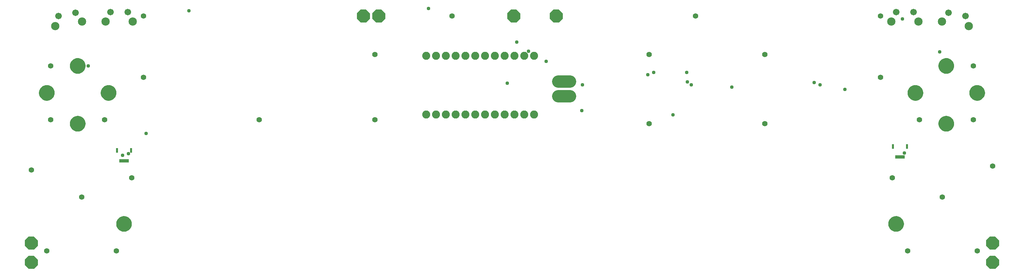
<source format=gbr>
G04 EAGLE Gerber RS-274X export*
G75*
%MOMM*%
%FSLAX34Y34*%
%LPD*%
%INSoldermask Top*%
%IPPOS*%
%AMOC8*
5,1,8,0,0,1.08239X$1,22.5*%
G01*
G04 Define Apertures*
%ADD10C,1.403200*%
%ADD11C,2.082800*%
%ADD12R,0.503200X0.903200*%
%ADD13R,0.503200X1.203200*%
%ADD14C,3.213100*%
%ADD15C,2.000000*%
%ADD16C,1.701800*%
%ADD17C,2.146300*%
%ADD18P,3.62904X8X22.5*%
%ADD19C,0.959600*%
D10*
X240000Y110000D03*
X420000Y110000D03*
X330000Y250000D03*
X200000Y320000D03*
X460000Y300000D03*
X2650000Y110000D03*
X2470000Y110000D03*
X2560000Y250000D03*
X2430000Y300000D03*
X2690000Y330000D03*
X490000Y720000D03*
X2400000Y720000D03*
X790000Y450000D03*
X1090000Y450000D03*
X2100000Y440000D03*
X1800000Y440000D03*
X1800000Y620000D03*
X2100000Y620000D03*
X250000Y450000D03*
X390000Y450000D03*
X250000Y590000D03*
X1290000Y720000D03*
X1920000Y720000D03*
X2500000Y450000D03*
X2640000Y450000D03*
X2640000Y590000D03*
X2400000Y560000D03*
X490000Y560000D03*
X1090000Y620000D03*
D11*
X1223000Y616200D03*
X1248400Y616200D03*
X1273800Y616200D03*
X1299200Y616200D03*
X1324600Y616200D03*
X1350000Y616200D03*
X1375400Y616200D03*
X1400800Y616200D03*
X1426200Y616200D03*
X1451600Y616200D03*
X1477000Y616200D03*
X1502400Y616200D03*
X1502400Y463800D03*
X1477000Y463800D03*
X1451600Y463800D03*
X1426200Y463800D03*
X1400800Y463800D03*
X1375400Y463800D03*
X1350000Y463800D03*
X1324600Y463800D03*
X1299200Y463800D03*
X1273800Y463800D03*
X1248400Y463800D03*
X1223000Y463800D03*
D12*
X450000Y344000D03*
X445000Y344000D03*
X440000Y344000D03*
X435000Y344000D03*
X430000Y344000D03*
D13*
X457900Y370500D03*
X422100Y370500D03*
D12*
X2460000Y354000D03*
X2455000Y354000D03*
X2450000Y354000D03*
X2445000Y354000D03*
X2440000Y354000D03*
D13*
X2467900Y380500D03*
X2432100Y380500D03*
D14*
X1595050Y510950D02*
X1564951Y510950D01*
X1564951Y549050D02*
X1595050Y549050D01*
D15*
X2560000Y440000D02*
X2560003Y440245D01*
X2560012Y440491D01*
X2560027Y440736D01*
X2560048Y440980D01*
X2560075Y441224D01*
X2560108Y441467D01*
X2560147Y441710D01*
X2560192Y441951D01*
X2560243Y442191D01*
X2560300Y442430D01*
X2560362Y442667D01*
X2560431Y442903D01*
X2560505Y443137D01*
X2560585Y443369D01*
X2560670Y443599D01*
X2560761Y443827D01*
X2560858Y444052D01*
X2560960Y444276D01*
X2561068Y444496D01*
X2561181Y444714D01*
X2561299Y444929D01*
X2561423Y445141D01*
X2561551Y445350D01*
X2561685Y445556D01*
X2561824Y445758D01*
X2561968Y445957D01*
X2562117Y446152D01*
X2562270Y446344D01*
X2562428Y446532D01*
X2562590Y446716D01*
X2562758Y446895D01*
X2562929Y447071D01*
X2563105Y447242D01*
X2563284Y447410D01*
X2563468Y447572D01*
X2563656Y447730D01*
X2563848Y447883D01*
X2564043Y448032D01*
X2564242Y448176D01*
X2564444Y448315D01*
X2564650Y448449D01*
X2564859Y448577D01*
X2565071Y448701D01*
X2565286Y448819D01*
X2565504Y448932D01*
X2565724Y449040D01*
X2565948Y449142D01*
X2566173Y449239D01*
X2566401Y449330D01*
X2566631Y449415D01*
X2566863Y449495D01*
X2567097Y449569D01*
X2567333Y449638D01*
X2567570Y449700D01*
X2567809Y449757D01*
X2568049Y449808D01*
X2568290Y449853D01*
X2568533Y449892D01*
X2568776Y449925D01*
X2569020Y449952D01*
X2569264Y449973D01*
X2569509Y449988D01*
X2569755Y449997D01*
X2570000Y450000D01*
X2570245Y449997D01*
X2570491Y449988D01*
X2570736Y449973D01*
X2570980Y449952D01*
X2571224Y449925D01*
X2571467Y449892D01*
X2571710Y449853D01*
X2571951Y449808D01*
X2572191Y449757D01*
X2572430Y449700D01*
X2572667Y449638D01*
X2572903Y449569D01*
X2573137Y449495D01*
X2573369Y449415D01*
X2573599Y449330D01*
X2573827Y449239D01*
X2574052Y449142D01*
X2574276Y449040D01*
X2574496Y448932D01*
X2574714Y448819D01*
X2574929Y448701D01*
X2575141Y448577D01*
X2575350Y448449D01*
X2575556Y448315D01*
X2575758Y448176D01*
X2575957Y448032D01*
X2576152Y447883D01*
X2576344Y447730D01*
X2576532Y447572D01*
X2576716Y447410D01*
X2576895Y447242D01*
X2577071Y447071D01*
X2577242Y446895D01*
X2577410Y446716D01*
X2577572Y446532D01*
X2577730Y446344D01*
X2577883Y446152D01*
X2578032Y445957D01*
X2578176Y445758D01*
X2578315Y445556D01*
X2578449Y445350D01*
X2578577Y445141D01*
X2578701Y444929D01*
X2578819Y444714D01*
X2578932Y444496D01*
X2579040Y444276D01*
X2579142Y444052D01*
X2579239Y443827D01*
X2579330Y443599D01*
X2579415Y443369D01*
X2579495Y443137D01*
X2579569Y442903D01*
X2579638Y442667D01*
X2579700Y442430D01*
X2579757Y442191D01*
X2579808Y441951D01*
X2579853Y441710D01*
X2579892Y441467D01*
X2579925Y441224D01*
X2579952Y440980D01*
X2579973Y440736D01*
X2579988Y440491D01*
X2579997Y440245D01*
X2580000Y440000D01*
X2579997Y439755D01*
X2579988Y439509D01*
X2579973Y439264D01*
X2579952Y439020D01*
X2579925Y438776D01*
X2579892Y438533D01*
X2579853Y438290D01*
X2579808Y438049D01*
X2579757Y437809D01*
X2579700Y437570D01*
X2579638Y437333D01*
X2579569Y437097D01*
X2579495Y436863D01*
X2579415Y436631D01*
X2579330Y436401D01*
X2579239Y436173D01*
X2579142Y435948D01*
X2579040Y435724D01*
X2578932Y435504D01*
X2578819Y435286D01*
X2578701Y435071D01*
X2578577Y434859D01*
X2578449Y434650D01*
X2578315Y434444D01*
X2578176Y434242D01*
X2578032Y434043D01*
X2577883Y433848D01*
X2577730Y433656D01*
X2577572Y433468D01*
X2577410Y433284D01*
X2577242Y433105D01*
X2577071Y432929D01*
X2576895Y432758D01*
X2576716Y432590D01*
X2576532Y432428D01*
X2576344Y432270D01*
X2576152Y432117D01*
X2575957Y431968D01*
X2575758Y431824D01*
X2575556Y431685D01*
X2575350Y431551D01*
X2575141Y431423D01*
X2574929Y431299D01*
X2574714Y431181D01*
X2574496Y431068D01*
X2574276Y430960D01*
X2574052Y430858D01*
X2573827Y430761D01*
X2573599Y430670D01*
X2573369Y430585D01*
X2573137Y430505D01*
X2572903Y430431D01*
X2572667Y430362D01*
X2572430Y430300D01*
X2572191Y430243D01*
X2571951Y430192D01*
X2571710Y430147D01*
X2571467Y430108D01*
X2571224Y430075D01*
X2570980Y430048D01*
X2570736Y430027D01*
X2570491Y430012D01*
X2570245Y430003D01*
X2570000Y430000D01*
X2569755Y430003D01*
X2569509Y430012D01*
X2569264Y430027D01*
X2569020Y430048D01*
X2568776Y430075D01*
X2568533Y430108D01*
X2568290Y430147D01*
X2568049Y430192D01*
X2567809Y430243D01*
X2567570Y430300D01*
X2567333Y430362D01*
X2567097Y430431D01*
X2566863Y430505D01*
X2566631Y430585D01*
X2566401Y430670D01*
X2566173Y430761D01*
X2565948Y430858D01*
X2565724Y430960D01*
X2565504Y431068D01*
X2565286Y431181D01*
X2565071Y431299D01*
X2564859Y431423D01*
X2564650Y431551D01*
X2564444Y431685D01*
X2564242Y431824D01*
X2564043Y431968D01*
X2563848Y432117D01*
X2563656Y432270D01*
X2563468Y432428D01*
X2563284Y432590D01*
X2563105Y432758D01*
X2562929Y432929D01*
X2562758Y433105D01*
X2562590Y433284D01*
X2562428Y433468D01*
X2562270Y433656D01*
X2562117Y433848D01*
X2561968Y434043D01*
X2561824Y434242D01*
X2561685Y434444D01*
X2561551Y434650D01*
X2561423Y434859D01*
X2561299Y435071D01*
X2561181Y435286D01*
X2561068Y435504D01*
X2560960Y435724D01*
X2560858Y435948D01*
X2560761Y436173D01*
X2560670Y436401D01*
X2560585Y436631D01*
X2560505Y436863D01*
X2560431Y437097D01*
X2560362Y437333D01*
X2560300Y437570D01*
X2560243Y437809D01*
X2560192Y438049D01*
X2560147Y438290D01*
X2560108Y438533D01*
X2560075Y438776D01*
X2560048Y439020D01*
X2560027Y439264D01*
X2560012Y439509D01*
X2560003Y439755D01*
X2560000Y440000D01*
X310000Y440000D02*
X310003Y440245D01*
X310012Y440491D01*
X310027Y440736D01*
X310048Y440980D01*
X310075Y441224D01*
X310108Y441467D01*
X310147Y441710D01*
X310192Y441951D01*
X310243Y442191D01*
X310300Y442430D01*
X310362Y442667D01*
X310431Y442903D01*
X310505Y443137D01*
X310585Y443369D01*
X310670Y443599D01*
X310761Y443827D01*
X310858Y444052D01*
X310960Y444276D01*
X311068Y444496D01*
X311181Y444714D01*
X311299Y444929D01*
X311423Y445141D01*
X311551Y445350D01*
X311685Y445556D01*
X311824Y445758D01*
X311968Y445957D01*
X312117Y446152D01*
X312270Y446344D01*
X312428Y446532D01*
X312590Y446716D01*
X312758Y446895D01*
X312929Y447071D01*
X313105Y447242D01*
X313284Y447410D01*
X313468Y447572D01*
X313656Y447730D01*
X313848Y447883D01*
X314043Y448032D01*
X314242Y448176D01*
X314444Y448315D01*
X314650Y448449D01*
X314859Y448577D01*
X315071Y448701D01*
X315286Y448819D01*
X315504Y448932D01*
X315724Y449040D01*
X315948Y449142D01*
X316173Y449239D01*
X316401Y449330D01*
X316631Y449415D01*
X316863Y449495D01*
X317097Y449569D01*
X317333Y449638D01*
X317570Y449700D01*
X317809Y449757D01*
X318049Y449808D01*
X318290Y449853D01*
X318533Y449892D01*
X318776Y449925D01*
X319020Y449952D01*
X319264Y449973D01*
X319509Y449988D01*
X319755Y449997D01*
X320000Y450000D01*
X320245Y449997D01*
X320491Y449988D01*
X320736Y449973D01*
X320980Y449952D01*
X321224Y449925D01*
X321467Y449892D01*
X321710Y449853D01*
X321951Y449808D01*
X322191Y449757D01*
X322430Y449700D01*
X322667Y449638D01*
X322903Y449569D01*
X323137Y449495D01*
X323369Y449415D01*
X323599Y449330D01*
X323827Y449239D01*
X324052Y449142D01*
X324276Y449040D01*
X324496Y448932D01*
X324714Y448819D01*
X324929Y448701D01*
X325141Y448577D01*
X325350Y448449D01*
X325556Y448315D01*
X325758Y448176D01*
X325957Y448032D01*
X326152Y447883D01*
X326344Y447730D01*
X326532Y447572D01*
X326716Y447410D01*
X326895Y447242D01*
X327071Y447071D01*
X327242Y446895D01*
X327410Y446716D01*
X327572Y446532D01*
X327730Y446344D01*
X327883Y446152D01*
X328032Y445957D01*
X328176Y445758D01*
X328315Y445556D01*
X328449Y445350D01*
X328577Y445141D01*
X328701Y444929D01*
X328819Y444714D01*
X328932Y444496D01*
X329040Y444276D01*
X329142Y444052D01*
X329239Y443827D01*
X329330Y443599D01*
X329415Y443369D01*
X329495Y443137D01*
X329569Y442903D01*
X329638Y442667D01*
X329700Y442430D01*
X329757Y442191D01*
X329808Y441951D01*
X329853Y441710D01*
X329892Y441467D01*
X329925Y441224D01*
X329952Y440980D01*
X329973Y440736D01*
X329988Y440491D01*
X329997Y440245D01*
X330000Y440000D01*
X329997Y439755D01*
X329988Y439509D01*
X329973Y439264D01*
X329952Y439020D01*
X329925Y438776D01*
X329892Y438533D01*
X329853Y438290D01*
X329808Y438049D01*
X329757Y437809D01*
X329700Y437570D01*
X329638Y437333D01*
X329569Y437097D01*
X329495Y436863D01*
X329415Y436631D01*
X329330Y436401D01*
X329239Y436173D01*
X329142Y435948D01*
X329040Y435724D01*
X328932Y435504D01*
X328819Y435286D01*
X328701Y435071D01*
X328577Y434859D01*
X328449Y434650D01*
X328315Y434444D01*
X328176Y434242D01*
X328032Y434043D01*
X327883Y433848D01*
X327730Y433656D01*
X327572Y433468D01*
X327410Y433284D01*
X327242Y433105D01*
X327071Y432929D01*
X326895Y432758D01*
X326716Y432590D01*
X326532Y432428D01*
X326344Y432270D01*
X326152Y432117D01*
X325957Y431968D01*
X325758Y431824D01*
X325556Y431685D01*
X325350Y431551D01*
X325141Y431423D01*
X324929Y431299D01*
X324714Y431181D01*
X324496Y431068D01*
X324276Y430960D01*
X324052Y430858D01*
X323827Y430761D01*
X323599Y430670D01*
X323369Y430585D01*
X323137Y430505D01*
X322903Y430431D01*
X322667Y430362D01*
X322430Y430300D01*
X322191Y430243D01*
X321951Y430192D01*
X321710Y430147D01*
X321467Y430108D01*
X321224Y430075D01*
X320980Y430048D01*
X320736Y430027D01*
X320491Y430012D01*
X320245Y430003D01*
X320000Y430000D01*
X319755Y430003D01*
X319509Y430012D01*
X319264Y430027D01*
X319020Y430048D01*
X318776Y430075D01*
X318533Y430108D01*
X318290Y430147D01*
X318049Y430192D01*
X317809Y430243D01*
X317570Y430300D01*
X317333Y430362D01*
X317097Y430431D01*
X316863Y430505D01*
X316631Y430585D01*
X316401Y430670D01*
X316173Y430761D01*
X315948Y430858D01*
X315724Y430960D01*
X315504Y431068D01*
X315286Y431181D01*
X315071Y431299D01*
X314859Y431423D01*
X314650Y431551D01*
X314444Y431685D01*
X314242Y431824D01*
X314043Y431968D01*
X313848Y432117D01*
X313656Y432270D01*
X313468Y432428D01*
X313284Y432590D01*
X313105Y432758D01*
X312929Y432929D01*
X312758Y433105D01*
X312590Y433284D01*
X312428Y433468D01*
X312270Y433656D01*
X312117Y433848D01*
X311968Y434043D01*
X311824Y434242D01*
X311685Y434444D01*
X311551Y434650D01*
X311423Y434859D01*
X311299Y435071D01*
X311181Y435286D01*
X311068Y435504D01*
X310960Y435724D01*
X310858Y435948D01*
X310761Y436173D01*
X310670Y436401D01*
X310585Y436631D01*
X310505Y436863D01*
X310431Y437097D01*
X310362Y437333D01*
X310300Y437570D01*
X310243Y437809D01*
X310192Y438049D01*
X310147Y438290D01*
X310108Y438533D01*
X310075Y438776D01*
X310048Y439020D01*
X310027Y439264D01*
X310012Y439509D01*
X310003Y439755D01*
X310000Y440000D01*
D16*
X270000Y720000D03*
X314275Y727807D03*
D17*
X262066Y693325D03*
X331105Y705498D03*
D15*
X230000Y520000D02*
X230003Y520245D01*
X230012Y520491D01*
X230027Y520736D01*
X230048Y520980D01*
X230075Y521224D01*
X230108Y521467D01*
X230147Y521710D01*
X230192Y521951D01*
X230243Y522191D01*
X230300Y522430D01*
X230362Y522667D01*
X230431Y522903D01*
X230505Y523137D01*
X230585Y523369D01*
X230670Y523599D01*
X230761Y523827D01*
X230858Y524052D01*
X230960Y524276D01*
X231068Y524496D01*
X231181Y524714D01*
X231299Y524929D01*
X231423Y525141D01*
X231551Y525350D01*
X231685Y525556D01*
X231824Y525758D01*
X231968Y525957D01*
X232117Y526152D01*
X232270Y526344D01*
X232428Y526532D01*
X232590Y526716D01*
X232758Y526895D01*
X232929Y527071D01*
X233105Y527242D01*
X233284Y527410D01*
X233468Y527572D01*
X233656Y527730D01*
X233848Y527883D01*
X234043Y528032D01*
X234242Y528176D01*
X234444Y528315D01*
X234650Y528449D01*
X234859Y528577D01*
X235071Y528701D01*
X235286Y528819D01*
X235504Y528932D01*
X235724Y529040D01*
X235948Y529142D01*
X236173Y529239D01*
X236401Y529330D01*
X236631Y529415D01*
X236863Y529495D01*
X237097Y529569D01*
X237333Y529638D01*
X237570Y529700D01*
X237809Y529757D01*
X238049Y529808D01*
X238290Y529853D01*
X238533Y529892D01*
X238776Y529925D01*
X239020Y529952D01*
X239264Y529973D01*
X239509Y529988D01*
X239755Y529997D01*
X240000Y530000D01*
X240245Y529997D01*
X240491Y529988D01*
X240736Y529973D01*
X240980Y529952D01*
X241224Y529925D01*
X241467Y529892D01*
X241710Y529853D01*
X241951Y529808D01*
X242191Y529757D01*
X242430Y529700D01*
X242667Y529638D01*
X242903Y529569D01*
X243137Y529495D01*
X243369Y529415D01*
X243599Y529330D01*
X243827Y529239D01*
X244052Y529142D01*
X244276Y529040D01*
X244496Y528932D01*
X244714Y528819D01*
X244929Y528701D01*
X245141Y528577D01*
X245350Y528449D01*
X245556Y528315D01*
X245758Y528176D01*
X245957Y528032D01*
X246152Y527883D01*
X246344Y527730D01*
X246532Y527572D01*
X246716Y527410D01*
X246895Y527242D01*
X247071Y527071D01*
X247242Y526895D01*
X247410Y526716D01*
X247572Y526532D01*
X247730Y526344D01*
X247883Y526152D01*
X248032Y525957D01*
X248176Y525758D01*
X248315Y525556D01*
X248449Y525350D01*
X248577Y525141D01*
X248701Y524929D01*
X248819Y524714D01*
X248932Y524496D01*
X249040Y524276D01*
X249142Y524052D01*
X249239Y523827D01*
X249330Y523599D01*
X249415Y523369D01*
X249495Y523137D01*
X249569Y522903D01*
X249638Y522667D01*
X249700Y522430D01*
X249757Y522191D01*
X249808Y521951D01*
X249853Y521710D01*
X249892Y521467D01*
X249925Y521224D01*
X249952Y520980D01*
X249973Y520736D01*
X249988Y520491D01*
X249997Y520245D01*
X250000Y520000D01*
X249997Y519755D01*
X249988Y519509D01*
X249973Y519264D01*
X249952Y519020D01*
X249925Y518776D01*
X249892Y518533D01*
X249853Y518290D01*
X249808Y518049D01*
X249757Y517809D01*
X249700Y517570D01*
X249638Y517333D01*
X249569Y517097D01*
X249495Y516863D01*
X249415Y516631D01*
X249330Y516401D01*
X249239Y516173D01*
X249142Y515948D01*
X249040Y515724D01*
X248932Y515504D01*
X248819Y515286D01*
X248701Y515071D01*
X248577Y514859D01*
X248449Y514650D01*
X248315Y514444D01*
X248176Y514242D01*
X248032Y514043D01*
X247883Y513848D01*
X247730Y513656D01*
X247572Y513468D01*
X247410Y513284D01*
X247242Y513105D01*
X247071Y512929D01*
X246895Y512758D01*
X246716Y512590D01*
X246532Y512428D01*
X246344Y512270D01*
X246152Y512117D01*
X245957Y511968D01*
X245758Y511824D01*
X245556Y511685D01*
X245350Y511551D01*
X245141Y511423D01*
X244929Y511299D01*
X244714Y511181D01*
X244496Y511068D01*
X244276Y510960D01*
X244052Y510858D01*
X243827Y510761D01*
X243599Y510670D01*
X243369Y510585D01*
X243137Y510505D01*
X242903Y510431D01*
X242667Y510362D01*
X242430Y510300D01*
X242191Y510243D01*
X241951Y510192D01*
X241710Y510147D01*
X241467Y510108D01*
X241224Y510075D01*
X240980Y510048D01*
X240736Y510027D01*
X240491Y510012D01*
X240245Y510003D01*
X240000Y510000D01*
X239755Y510003D01*
X239509Y510012D01*
X239264Y510027D01*
X239020Y510048D01*
X238776Y510075D01*
X238533Y510108D01*
X238290Y510147D01*
X238049Y510192D01*
X237809Y510243D01*
X237570Y510300D01*
X237333Y510362D01*
X237097Y510431D01*
X236863Y510505D01*
X236631Y510585D01*
X236401Y510670D01*
X236173Y510761D01*
X235948Y510858D01*
X235724Y510960D01*
X235504Y511068D01*
X235286Y511181D01*
X235071Y511299D01*
X234859Y511423D01*
X234650Y511551D01*
X234444Y511685D01*
X234242Y511824D01*
X234043Y511968D01*
X233848Y512117D01*
X233656Y512270D01*
X233468Y512428D01*
X233284Y512590D01*
X233105Y512758D01*
X232929Y512929D01*
X232758Y513105D01*
X232590Y513284D01*
X232428Y513468D01*
X232270Y513656D01*
X232117Y513848D01*
X231968Y514043D01*
X231824Y514242D01*
X231685Y514444D01*
X231551Y514650D01*
X231423Y514859D01*
X231299Y515071D01*
X231181Y515286D01*
X231068Y515504D01*
X230960Y515724D01*
X230858Y515948D01*
X230761Y516173D01*
X230670Y516401D01*
X230585Y516631D01*
X230505Y516863D01*
X230431Y517097D01*
X230362Y517333D01*
X230300Y517570D01*
X230243Y517809D01*
X230192Y518049D01*
X230147Y518290D01*
X230108Y518533D01*
X230075Y518776D01*
X230048Y519020D01*
X230027Y519264D01*
X230012Y519509D01*
X230003Y519755D01*
X230000Y520000D01*
D16*
X2620000Y720000D03*
X2575725Y727807D03*
D17*
X2627934Y693325D03*
X2558896Y705498D03*
D15*
X390000Y520000D02*
X390003Y520245D01*
X390012Y520491D01*
X390027Y520736D01*
X390048Y520980D01*
X390075Y521224D01*
X390108Y521467D01*
X390147Y521710D01*
X390192Y521951D01*
X390243Y522191D01*
X390300Y522430D01*
X390362Y522667D01*
X390431Y522903D01*
X390505Y523137D01*
X390585Y523369D01*
X390670Y523599D01*
X390761Y523827D01*
X390858Y524052D01*
X390960Y524276D01*
X391068Y524496D01*
X391181Y524714D01*
X391299Y524929D01*
X391423Y525141D01*
X391551Y525350D01*
X391685Y525556D01*
X391824Y525758D01*
X391968Y525957D01*
X392117Y526152D01*
X392270Y526344D01*
X392428Y526532D01*
X392590Y526716D01*
X392758Y526895D01*
X392929Y527071D01*
X393105Y527242D01*
X393284Y527410D01*
X393468Y527572D01*
X393656Y527730D01*
X393848Y527883D01*
X394043Y528032D01*
X394242Y528176D01*
X394444Y528315D01*
X394650Y528449D01*
X394859Y528577D01*
X395071Y528701D01*
X395286Y528819D01*
X395504Y528932D01*
X395724Y529040D01*
X395948Y529142D01*
X396173Y529239D01*
X396401Y529330D01*
X396631Y529415D01*
X396863Y529495D01*
X397097Y529569D01*
X397333Y529638D01*
X397570Y529700D01*
X397809Y529757D01*
X398049Y529808D01*
X398290Y529853D01*
X398533Y529892D01*
X398776Y529925D01*
X399020Y529952D01*
X399264Y529973D01*
X399509Y529988D01*
X399755Y529997D01*
X400000Y530000D01*
X400245Y529997D01*
X400491Y529988D01*
X400736Y529973D01*
X400980Y529952D01*
X401224Y529925D01*
X401467Y529892D01*
X401710Y529853D01*
X401951Y529808D01*
X402191Y529757D01*
X402430Y529700D01*
X402667Y529638D01*
X402903Y529569D01*
X403137Y529495D01*
X403369Y529415D01*
X403599Y529330D01*
X403827Y529239D01*
X404052Y529142D01*
X404276Y529040D01*
X404496Y528932D01*
X404714Y528819D01*
X404929Y528701D01*
X405141Y528577D01*
X405350Y528449D01*
X405556Y528315D01*
X405758Y528176D01*
X405957Y528032D01*
X406152Y527883D01*
X406344Y527730D01*
X406532Y527572D01*
X406716Y527410D01*
X406895Y527242D01*
X407071Y527071D01*
X407242Y526895D01*
X407410Y526716D01*
X407572Y526532D01*
X407730Y526344D01*
X407883Y526152D01*
X408032Y525957D01*
X408176Y525758D01*
X408315Y525556D01*
X408449Y525350D01*
X408577Y525141D01*
X408701Y524929D01*
X408819Y524714D01*
X408932Y524496D01*
X409040Y524276D01*
X409142Y524052D01*
X409239Y523827D01*
X409330Y523599D01*
X409415Y523369D01*
X409495Y523137D01*
X409569Y522903D01*
X409638Y522667D01*
X409700Y522430D01*
X409757Y522191D01*
X409808Y521951D01*
X409853Y521710D01*
X409892Y521467D01*
X409925Y521224D01*
X409952Y520980D01*
X409973Y520736D01*
X409988Y520491D01*
X409997Y520245D01*
X410000Y520000D01*
X409997Y519755D01*
X409988Y519509D01*
X409973Y519264D01*
X409952Y519020D01*
X409925Y518776D01*
X409892Y518533D01*
X409853Y518290D01*
X409808Y518049D01*
X409757Y517809D01*
X409700Y517570D01*
X409638Y517333D01*
X409569Y517097D01*
X409495Y516863D01*
X409415Y516631D01*
X409330Y516401D01*
X409239Y516173D01*
X409142Y515948D01*
X409040Y515724D01*
X408932Y515504D01*
X408819Y515286D01*
X408701Y515071D01*
X408577Y514859D01*
X408449Y514650D01*
X408315Y514444D01*
X408176Y514242D01*
X408032Y514043D01*
X407883Y513848D01*
X407730Y513656D01*
X407572Y513468D01*
X407410Y513284D01*
X407242Y513105D01*
X407071Y512929D01*
X406895Y512758D01*
X406716Y512590D01*
X406532Y512428D01*
X406344Y512270D01*
X406152Y512117D01*
X405957Y511968D01*
X405758Y511824D01*
X405556Y511685D01*
X405350Y511551D01*
X405141Y511423D01*
X404929Y511299D01*
X404714Y511181D01*
X404496Y511068D01*
X404276Y510960D01*
X404052Y510858D01*
X403827Y510761D01*
X403599Y510670D01*
X403369Y510585D01*
X403137Y510505D01*
X402903Y510431D01*
X402667Y510362D01*
X402430Y510300D01*
X402191Y510243D01*
X401951Y510192D01*
X401710Y510147D01*
X401467Y510108D01*
X401224Y510075D01*
X400980Y510048D01*
X400736Y510027D01*
X400491Y510012D01*
X400245Y510003D01*
X400000Y510000D01*
X399755Y510003D01*
X399509Y510012D01*
X399264Y510027D01*
X399020Y510048D01*
X398776Y510075D01*
X398533Y510108D01*
X398290Y510147D01*
X398049Y510192D01*
X397809Y510243D01*
X397570Y510300D01*
X397333Y510362D01*
X397097Y510431D01*
X396863Y510505D01*
X396631Y510585D01*
X396401Y510670D01*
X396173Y510761D01*
X395948Y510858D01*
X395724Y510960D01*
X395504Y511068D01*
X395286Y511181D01*
X395071Y511299D01*
X394859Y511423D01*
X394650Y511551D01*
X394444Y511685D01*
X394242Y511824D01*
X394043Y511968D01*
X393848Y512117D01*
X393656Y512270D01*
X393468Y512428D01*
X393284Y512590D01*
X393105Y512758D01*
X392929Y512929D01*
X392758Y513105D01*
X392590Y513284D01*
X392428Y513468D01*
X392270Y513656D01*
X392117Y513848D01*
X391968Y514043D01*
X391824Y514242D01*
X391685Y514444D01*
X391551Y514650D01*
X391423Y514859D01*
X391299Y515071D01*
X391181Y515286D01*
X391068Y515504D01*
X390960Y515724D01*
X390858Y515948D01*
X390761Y516173D01*
X390670Y516401D01*
X390585Y516631D01*
X390505Y516863D01*
X390431Y517097D01*
X390362Y517333D01*
X390300Y517570D01*
X390243Y517809D01*
X390192Y518049D01*
X390147Y518290D01*
X390108Y518533D01*
X390075Y518776D01*
X390048Y519020D01*
X390027Y519264D01*
X390012Y519509D01*
X390003Y519755D01*
X390000Y520000D01*
X430000Y180000D02*
X430003Y180245D01*
X430012Y180491D01*
X430027Y180736D01*
X430048Y180980D01*
X430075Y181224D01*
X430108Y181467D01*
X430147Y181710D01*
X430192Y181951D01*
X430243Y182191D01*
X430300Y182430D01*
X430362Y182667D01*
X430431Y182903D01*
X430505Y183137D01*
X430585Y183369D01*
X430670Y183599D01*
X430761Y183827D01*
X430858Y184052D01*
X430960Y184276D01*
X431068Y184496D01*
X431181Y184714D01*
X431299Y184929D01*
X431423Y185141D01*
X431551Y185350D01*
X431685Y185556D01*
X431824Y185758D01*
X431968Y185957D01*
X432117Y186152D01*
X432270Y186344D01*
X432428Y186532D01*
X432590Y186716D01*
X432758Y186895D01*
X432929Y187071D01*
X433105Y187242D01*
X433284Y187410D01*
X433468Y187572D01*
X433656Y187730D01*
X433848Y187883D01*
X434043Y188032D01*
X434242Y188176D01*
X434444Y188315D01*
X434650Y188449D01*
X434859Y188577D01*
X435071Y188701D01*
X435286Y188819D01*
X435504Y188932D01*
X435724Y189040D01*
X435948Y189142D01*
X436173Y189239D01*
X436401Y189330D01*
X436631Y189415D01*
X436863Y189495D01*
X437097Y189569D01*
X437333Y189638D01*
X437570Y189700D01*
X437809Y189757D01*
X438049Y189808D01*
X438290Y189853D01*
X438533Y189892D01*
X438776Y189925D01*
X439020Y189952D01*
X439264Y189973D01*
X439509Y189988D01*
X439755Y189997D01*
X440000Y190000D01*
X440245Y189997D01*
X440491Y189988D01*
X440736Y189973D01*
X440980Y189952D01*
X441224Y189925D01*
X441467Y189892D01*
X441710Y189853D01*
X441951Y189808D01*
X442191Y189757D01*
X442430Y189700D01*
X442667Y189638D01*
X442903Y189569D01*
X443137Y189495D01*
X443369Y189415D01*
X443599Y189330D01*
X443827Y189239D01*
X444052Y189142D01*
X444276Y189040D01*
X444496Y188932D01*
X444714Y188819D01*
X444929Y188701D01*
X445141Y188577D01*
X445350Y188449D01*
X445556Y188315D01*
X445758Y188176D01*
X445957Y188032D01*
X446152Y187883D01*
X446344Y187730D01*
X446532Y187572D01*
X446716Y187410D01*
X446895Y187242D01*
X447071Y187071D01*
X447242Y186895D01*
X447410Y186716D01*
X447572Y186532D01*
X447730Y186344D01*
X447883Y186152D01*
X448032Y185957D01*
X448176Y185758D01*
X448315Y185556D01*
X448449Y185350D01*
X448577Y185141D01*
X448701Y184929D01*
X448819Y184714D01*
X448932Y184496D01*
X449040Y184276D01*
X449142Y184052D01*
X449239Y183827D01*
X449330Y183599D01*
X449415Y183369D01*
X449495Y183137D01*
X449569Y182903D01*
X449638Y182667D01*
X449700Y182430D01*
X449757Y182191D01*
X449808Y181951D01*
X449853Y181710D01*
X449892Y181467D01*
X449925Y181224D01*
X449952Y180980D01*
X449973Y180736D01*
X449988Y180491D01*
X449997Y180245D01*
X450000Y180000D01*
X449997Y179755D01*
X449988Y179509D01*
X449973Y179264D01*
X449952Y179020D01*
X449925Y178776D01*
X449892Y178533D01*
X449853Y178290D01*
X449808Y178049D01*
X449757Y177809D01*
X449700Y177570D01*
X449638Y177333D01*
X449569Y177097D01*
X449495Y176863D01*
X449415Y176631D01*
X449330Y176401D01*
X449239Y176173D01*
X449142Y175948D01*
X449040Y175724D01*
X448932Y175504D01*
X448819Y175286D01*
X448701Y175071D01*
X448577Y174859D01*
X448449Y174650D01*
X448315Y174444D01*
X448176Y174242D01*
X448032Y174043D01*
X447883Y173848D01*
X447730Y173656D01*
X447572Y173468D01*
X447410Y173284D01*
X447242Y173105D01*
X447071Y172929D01*
X446895Y172758D01*
X446716Y172590D01*
X446532Y172428D01*
X446344Y172270D01*
X446152Y172117D01*
X445957Y171968D01*
X445758Y171824D01*
X445556Y171685D01*
X445350Y171551D01*
X445141Y171423D01*
X444929Y171299D01*
X444714Y171181D01*
X444496Y171068D01*
X444276Y170960D01*
X444052Y170858D01*
X443827Y170761D01*
X443599Y170670D01*
X443369Y170585D01*
X443137Y170505D01*
X442903Y170431D01*
X442667Y170362D01*
X442430Y170300D01*
X442191Y170243D01*
X441951Y170192D01*
X441710Y170147D01*
X441467Y170108D01*
X441224Y170075D01*
X440980Y170048D01*
X440736Y170027D01*
X440491Y170012D01*
X440245Y170003D01*
X440000Y170000D01*
X439755Y170003D01*
X439509Y170012D01*
X439264Y170027D01*
X439020Y170048D01*
X438776Y170075D01*
X438533Y170108D01*
X438290Y170147D01*
X438049Y170192D01*
X437809Y170243D01*
X437570Y170300D01*
X437333Y170362D01*
X437097Y170431D01*
X436863Y170505D01*
X436631Y170585D01*
X436401Y170670D01*
X436173Y170761D01*
X435948Y170858D01*
X435724Y170960D01*
X435504Y171068D01*
X435286Y171181D01*
X435071Y171299D01*
X434859Y171423D01*
X434650Y171551D01*
X434444Y171685D01*
X434242Y171824D01*
X434043Y171968D01*
X433848Y172117D01*
X433656Y172270D01*
X433468Y172428D01*
X433284Y172590D01*
X433105Y172758D01*
X432929Y172929D01*
X432758Y173105D01*
X432590Y173284D01*
X432428Y173468D01*
X432270Y173656D01*
X432117Y173848D01*
X431968Y174043D01*
X431824Y174242D01*
X431685Y174444D01*
X431551Y174650D01*
X431423Y174859D01*
X431299Y175071D01*
X431181Y175286D01*
X431068Y175504D01*
X430960Y175724D01*
X430858Y175948D01*
X430761Y176173D01*
X430670Y176401D01*
X430585Y176631D01*
X430505Y176863D01*
X430431Y177097D01*
X430362Y177333D01*
X430300Y177570D01*
X430243Y177809D01*
X430192Y178049D01*
X430147Y178290D01*
X430108Y178533D01*
X430075Y178776D01*
X430048Y179020D01*
X430027Y179264D01*
X430012Y179509D01*
X430003Y179755D01*
X430000Y180000D01*
X2430000Y180000D02*
X2430003Y180245D01*
X2430012Y180491D01*
X2430027Y180736D01*
X2430048Y180980D01*
X2430075Y181224D01*
X2430108Y181467D01*
X2430147Y181710D01*
X2430192Y181951D01*
X2430243Y182191D01*
X2430300Y182430D01*
X2430362Y182667D01*
X2430431Y182903D01*
X2430505Y183137D01*
X2430585Y183369D01*
X2430670Y183599D01*
X2430761Y183827D01*
X2430858Y184052D01*
X2430960Y184276D01*
X2431068Y184496D01*
X2431181Y184714D01*
X2431299Y184929D01*
X2431423Y185141D01*
X2431551Y185350D01*
X2431685Y185556D01*
X2431824Y185758D01*
X2431968Y185957D01*
X2432117Y186152D01*
X2432270Y186344D01*
X2432428Y186532D01*
X2432590Y186716D01*
X2432758Y186895D01*
X2432929Y187071D01*
X2433105Y187242D01*
X2433284Y187410D01*
X2433468Y187572D01*
X2433656Y187730D01*
X2433848Y187883D01*
X2434043Y188032D01*
X2434242Y188176D01*
X2434444Y188315D01*
X2434650Y188449D01*
X2434859Y188577D01*
X2435071Y188701D01*
X2435286Y188819D01*
X2435504Y188932D01*
X2435724Y189040D01*
X2435948Y189142D01*
X2436173Y189239D01*
X2436401Y189330D01*
X2436631Y189415D01*
X2436863Y189495D01*
X2437097Y189569D01*
X2437333Y189638D01*
X2437570Y189700D01*
X2437809Y189757D01*
X2438049Y189808D01*
X2438290Y189853D01*
X2438533Y189892D01*
X2438776Y189925D01*
X2439020Y189952D01*
X2439264Y189973D01*
X2439509Y189988D01*
X2439755Y189997D01*
X2440000Y190000D01*
X2440245Y189997D01*
X2440491Y189988D01*
X2440736Y189973D01*
X2440980Y189952D01*
X2441224Y189925D01*
X2441467Y189892D01*
X2441710Y189853D01*
X2441951Y189808D01*
X2442191Y189757D01*
X2442430Y189700D01*
X2442667Y189638D01*
X2442903Y189569D01*
X2443137Y189495D01*
X2443369Y189415D01*
X2443599Y189330D01*
X2443827Y189239D01*
X2444052Y189142D01*
X2444276Y189040D01*
X2444496Y188932D01*
X2444714Y188819D01*
X2444929Y188701D01*
X2445141Y188577D01*
X2445350Y188449D01*
X2445556Y188315D01*
X2445758Y188176D01*
X2445957Y188032D01*
X2446152Y187883D01*
X2446344Y187730D01*
X2446532Y187572D01*
X2446716Y187410D01*
X2446895Y187242D01*
X2447071Y187071D01*
X2447242Y186895D01*
X2447410Y186716D01*
X2447572Y186532D01*
X2447730Y186344D01*
X2447883Y186152D01*
X2448032Y185957D01*
X2448176Y185758D01*
X2448315Y185556D01*
X2448449Y185350D01*
X2448577Y185141D01*
X2448701Y184929D01*
X2448819Y184714D01*
X2448932Y184496D01*
X2449040Y184276D01*
X2449142Y184052D01*
X2449239Y183827D01*
X2449330Y183599D01*
X2449415Y183369D01*
X2449495Y183137D01*
X2449569Y182903D01*
X2449638Y182667D01*
X2449700Y182430D01*
X2449757Y182191D01*
X2449808Y181951D01*
X2449853Y181710D01*
X2449892Y181467D01*
X2449925Y181224D01*
X2449952Y180980D01*
X2449973Y180736D01*
X2449988Y180491D01*
X2449997Y180245D01*
X2450000Y180000D01*
X2449997Y179755D01*
X2449988Y179509D01*
X2449973Y179264D01*
X2449952Y179020D01*
X2449925Y178776D01*
X2449892Y178533D01*
X2449853Y178290D01*
X2449808Y178049D01*
X2449757Y177809D01*
X2449700Y177570D01*
X2449638Y177333D01*
X2449569Y177097D01*
X2449495Y176863D01*
X2449415Y176631D01*
X2449330Y176401D01*
X2449239Y176173D01*
X2449142Y175948D01*
X2449040Y175724D01*
X2448932Y175504D01*
X2448819Y175286D01*
X2448701Y175071D01*
X2448577Y174859D01*
X2448449Y174650D01*
X2448315Y174444D01*
X2448176Y174242D01*
X2448032Y174043D01*
X2447883Y173848D01*
X2447730Y173656D01*
X2447572Y173468D01*
X2447410Y173284D01*
X2447242Y173105D01*
X2447071Y172929D01*
X2446895Y172758D01*
X2446716Y172590D01*
X2446532Y172428D01*
X2446344Y172270D01*
X2446152Y172117D01*
X2445957Y171968D01*
X2445758Y171824D01*
X2445556Y171685D01*
X2445350Y171551D01*
X2445141Y171423D01*
X2444929Y171299D01*
X2444714Y171181D01*
X2444496Y171068D01*
X2444276Y170960D01*
X2444052Y170858D01*
X2443827Y170761D01*
X2443599Y170670D01*
X2443369Y170585D01*
X2443137Y170505D01*
X2442903Y170431D01*
X2442667Y170362D01*
X2442430Y170300D01*
X2442191Y170243D01*
X2441951Y170192D01*
X2441710Y170147D01*
X2441467Y170108D01*
X2441224Y170075D01*
X2440980Y170048D01*
X2440736Y170027D01*
X2440491Y170012D01*
X2440245Y170003D01*
X2440000Y170000D01*
X2439755Y170003D01*
X2439509Y170012D01*
X2439264Y170027D01*
X2439020Y170048D01*
X2438776Y170075D01*
X2438533Y170108D01*
X2438290Y170147D01*
X2438049Y170192D01*
X2437809Y170243D01*
X2437570Y170300D01*
X2437333Y170362D01*
X2437097Y170431D01*
X2436863Y170505D01*
X2436631Y170585D01*
X2436401Y170670D01*
X2436173Y170761D01*
X2435948Y170858D01*
X2435724Y170960D01*
X2435504Y171068D01*
X2435286Y171181D01*
X2435071Y171299D01*
X2434859Y171423D01*
X2434650Y171551D01*
X2434444Y171685D01*
X2434242Y171824D01*
X2434043Y171968D01*
X2433848Y172117D01*
X2433656Y172270D01*
X2433468Y172428D01*
X2433284Y172590D01*
X2433105Y172758D01*
X2432929Y172929D01*
X2432758Y173105D01*
X2432590Y173284D01*
X2432428Y173468D01*
X2432270Y173656D01*
X2432117Y173848D01*
X2431968Y174043D01*
X2431824Y174242D01*
X2431685Y174444D01*
X2431551Y174650D01*
X2431423Y174859D01*
X2431299Y175071D01*
X2431181Y175286D01*
X2431068Y175504D01*
X2430960Y175724D01*
X2430858Y175948D01*
X2430761Y176173D01*
X2430670Y176401D01*
X2430585Y176631D01*
X2430505Y176863D01*
X2430431Y177097D01*
X2430362Y177333D01*
X2430300Y177570D01*
X2430243Y177809D01*
X2430192Y178049D01*
X2430147Y178290D01*
X2430108Y178533D01*
X2430075Y178776D01*
X2430048Y179020D01*
X2430027Y179264D01*
X2430012Y179509D01*
X2430003Y179755D01*
X2430000Y180000D01*
X310000Y590000D02*
X310003Y590245D01*
X310012Y590491D01*
X310027Y590736D01*
X310048Y590980D01*
X310075Y591224D01*
X310108Y591467D01*
X310147Y591710D01*
X310192Y591951D01*
X310243Y592191D01*
X310300Y592430D01*
X310362Y592667D01*
X310431Y592903D01*
X310505Y593137D01*
X310585Y593369D01*
X310670Y593599D01*
X310761Y593827D01*
X310858Y594052D01*
X310960Y594276D01*
X311068Y594496D01*
X311181Y594714D01*
X311299Y594929D01*
X311423Y595141D01*
X311551Y595350D01*
X311685Y595556D01*
X311824Y595758D01*
X311968Y595957D01*
X312117Y596152D01*
X312270Y596344D01*
X312428Y596532D01*
X312590Y596716D01*
X312758Y596895D01*
X312929Y597071D01*
X313105Y597242D01*
X313284Y597410D01*
X313468Y597572D01*
X313656Y597730D01*
X313848Y597883D01*
X314043Y598032D01*
X314242Y598176D01*
X314444Y598315D01*
X314650Y598449D01*
X314859Y598577D01*
X315071Y598701D01*
X315286Y598819D01*
X315504Y598932D01*
X315724Y599040D01*
X315948Y599142D01*
X316173Y599239D01*
X316401Y599330D01*
X316631Y599415D01*
X316863Y599495D01*
X317097Y599569D01*
X317333Y599638D01*
X317570Y599700D01*
X317809Y599757D01*
X318049Y599808D01*
X318290Y599853D01*
X318533Y599892D01*
X318776Y599925D01*
X319020Y599952D01*
X319264Y599973D01*
X319509Y599988D01*
X319755Y599997D01*
X320000Y600000D01*
X320245Y599997D01*
X320491Y599988D01*
X320736Y599973D01*
X320980Y599952D01*
X321224Y599925D01*
X321467Y599892D01*
X321710Y599853D01*
X321951Y599808D01*
X322191Y599757D01*
X322430Y599700D01*
X322667Y599638D01*
X322903Y599569D01*
X323137Y599495D01*
X323369Y599415D01*
X323599Y599330D01*
X323827Y599239D01*
X324052Y599142D01*
X324276Y599040D01*
X324496Y598932D01*
X324714Y598819D01*
X324929Y598701D01*
X325141Y598577D01*
X325350Y598449D01*
X325556Y598315D01*
X325758Y598176D01*
X325957Y598032D01*
X326152Y597883D01*
X326344Y597730D01*
X326532Y597572D01*
X326716Y597410D01*
X326895Y597242D01*
X327071Y597071D01*
X327242Y596895D01*
X327410Y596716D01*
X327572Y596532D01*
X327730Y596344D01*
X327883Y596152D01*
X328032Y595957D01*
X328176Y595758D01*
X328315Y595556D01*
X328449Y595350D01*
X328577Y595141D01*
X328701Y594929D01*
X328819Y594714D01*
X328932Y594496D01*
X329040Y594276D01*
X329142Y594052D01*
X329239Y593827D01*
X329330Y593599D01*
X329415Y593369D01*
X329495Y593137D01*
X329569Y592903D01*
X329638Y592667D01*
X329700Y592430D01*
X329757Y592191D01*
X329808Y591951D01*
X329853Y591710D01*
X329892Y591467D01*
X329925Y591224D01*
X329952Y590980D01*
X329973Y590736D01*
X329988Y590491D01*
X329997Y590245D01*
X330000Y590000D01*
X329997Y589755D01*
X329988Y589509D01*
X329973Y589264D01*
X329952Y589020D01*
X329925Y588776D01*
X329892Y588533D01*
X329853Y588290D01*
X329808Y588049D01*
X329757Y587809D01*
X329700Y587570D01*
X329638Y587333D01*
X329569Y587097D01*
X329495Y586863D01*
X329415Y586631D01*
X329330Y586401D01*
X329239Y586173D01*
X329142Y585948D01*
X329040Y585724D01*
X328932Y585504D01*
X328819Y585286D01*
X328701Y585071D01*
X328577Y584859D01*
X328449Y584650D01*
X328315Y584444D01*
X328176Y584242D01*
X328032Y584043D01*
X327883Y583848D01*
X327730Y583656D01*
X327572Y583468D01*
X327410Y583284D01*
X327242Y583105D01*
X327071Y582929D01*
X326895Y582758D01*
X326716Y582590D01*
X326532Y582428D01*
X326344Y582270D01*
X326152Y582117D01*
X325957Y581968D01*
X325758Y581824D01*
X325556Y581685D01*
X325350Y581551D01*
X325141Y581423D01*
X324929Y581299D01*
X324714Y581181D01*
X324496Y581068D01*
X324276Y580960D01*
X324052Y580858D01*
X323827Y580761D01*
X323599Y580670D01*
X323369Y580585D01*
X323137Y580505D01*
X322903Y580431D01*
X322667Y580362D01*
X322430Y580300D01*
X322191Y580243D01*
X321951Y580192D01*
X321710Y580147D01*
X321467Y580108D01*
X321224Y580075D01*
X320980Y580048D01*
X320736Y580027D01*
X320491Y580012D01*
X320245Y580003D01*
X320000Y580000D01*
X319755Y580003D01*
X319509Y580012D01*
X319264Y580027D01*
X319020Y580048D01*
X318776Y580075D01*
X318533Y580108D01*
X318290Y580147D01*
X318049Y580192D01*
X317809Y580243D01*
X317570Y580300D01*
X317333Y580362D01*
X317097Y580431D01*
X316863Y580505D01*
X316631Y580585D01*
X316401Y580670D01*
X316173Y580761D01*
X315948Y580858D01*
X315724Y580960D01*
X315504Y581068D01*
X315286Y581181D01*
X315071Y581299D01*
X314859Y581423D01*
X314650Y581551D01*
X314444Y581685D01*
X314242Y581824D01*
X314043Y581968D01*
X313848Y582117D01*
X313656Y582270D01*
X313468Y582428D01*
X313284Y582590D01*
X313105Y582758D01*
X312929Y582929D01*
X312758Y583105D01*
X312590Y583284D01*
X312428Y583468D01*
X312270Y583656D01*
X312117Y583848D01*
X311968Y584043D01*
X311824Y584242D01*
X311685Y584444D01*
X311551Y584650D01*
X311423Y584859D01*
X311299Y585071D01*
X311181Y585286D01*
X311068Y585504D01*
X310960Y585724D01*
X310858Y585948D01*
X310761Y586173D01*
X310670Y586401D01*
X310585Y586631D01*
X310505Y586863D01*
X310431Y587097D01*
X310362Y587333D01*
X310300Y587570D01*
X310243Y587809D01*
X310192Y588049D01*
X310147Y588290D01*
X310108Y588533D01*
X310075Y588776D01*
X310048Y589020D01*
X310027Y589264D01*
X310012Y589509D01*
X310003Y589755D01*
X310000Y590000D01*
X2560000Y590000D02*
X2560003Y590245D01*
X2560012Y590491D01*
X2560027Y590736D01*
X2560048Y590980D01*
X2560075Y591224D01*
X2560108Y591467D01*
X2560147Y591710D01*
X2560192Y591951D01*
X2560243Y592191D01*
X2560300Y592430D01*
X2560362Y592667D01*
X2560431Y592903D01*
X2560505Y593137D01*
X2560585Y593369D01*
X2560670Y593599D01*
X2560761Y593827D01*
X2560858Y594052D01*
X2560960Y594276D01*
X2561068Y594496D01*
X2561181Y594714D01*
X2561299Y594929D01*
X2561423Y595141D01*
X2561551Y595350D01*
X2561685Y595556D01*
X2561824Y595758D01*
X2561968Y595957D01*
X2562117Y596152D01*
X2562270Y596344D01*
X2562428Y596532D01*
X2562590Y596716D01*
X2562758Y596895D01*
X2562929Y597071D01*
X2563105Y597242D01*
X2563284Y597410D01*
X2563468Y597572D01*
X2563656Y597730D01*
X2563848Y597883D01*
X2564043Y598032D01*
X2564242Y598176D01*
X2564444Y598315D01*
X2564650Y598449D01*
X2564859Y598577D01*
X2565071Y598701D01*
X2565286Y598819D01*
X2565504Y598932D01*
X2565724Y599040D01*
X2565948Y599142D01*
X2566173Y599239D01*
X2566401Y599330D01*
X2566631Y599415D01*
X2566863Y599495D01*
X2567097Y599569D01*
X2567333Y599638D01*
X2567570Y599700D01*
X2567809Y599757D01*
X2568049Y599808D01*
X2568290Y599853D01*
X2568533Y599892D01*
X2568776Y599925D01*
X2569020Y599952D01*
X2569264Y599973D01*
X2569509Y599988D01*
X2569755Y599997D01*
X2570000Y600000D01*
X2570245Y599997D01*
X2570491Y599988D01*
X2570736Y599973D01*
X2570980Y599952D01*
X2571224Y599925D01*
X2571467Y599892D01*
X2571710Y599853D01*
X2571951Y599808D01*
X2572191Y599757D01*
X2572430Y599700D01*
X2572667Y599638D01*
X2572903Y599569D01*
X2573137Y599495D01*
X2573369Y599415D01*
X2573599Y599330D01*
X2573827Y599239D01*
X2574052Y599142D01*
X2574276Y599040D01*
X2574496Y598932D01*
X2574714Y598819D01*
X2574929Y598701D01*
X2575141Y598577D01*
X2575350Y598449D01*
X2575556Y598315D01*
X2575758Y598176D01*
X2575957Y598032D01*
X2576152Y597883D01*
X2576344Y597730D01*
X2576532Y597572D01*
X2576716Y597410D01*
X2576895Y597242D01*
X2577071Y597071D01*
X2577242Y596895D01*
X2577410Y596716D01*
X2577572Y596532D01*
X2577730Y596344D01*
X2577883Y596152D01*
X2578032Y595957D01*
X2578176Y595758D01*
X2578315Y595556D01*
X2578449Y595350D01*
X2578577Y595141D01*
X2578701Y594929D01*
X2578819Y594714D01*
X2578932Y594496D01*
X2579040Y594276D01*
X2579142Y594052D01*
X2579239Y593827D01*
X2579330Y593599D01*
X2579415Y593369D01*
X2579495Y593137D01*
X2579569Y592903D01*
X2579638Y592667D01*
X2579700Y592430D01*
X2579757Y592191D01*
X2579808Y591951D01*
X2579853Y591710D01*
X2579892Y591467D01*
X2579925Y591224D01*
X2579952Y590980D01*
X2579973Y590736D01*
X2579988Y590491D01*
X2579997Y590245D01*
X2580000Y590000D01*
X2579997Y589755D01*
X2579988Y589509D01*
X2579973Y589264D01*
X2579952Y589020D01*
X2579925Y588776D01*
X2579892Y588533D01*
X2579853Y588290D01*
X2579808Y588049D01*
X2579757Y587809D01*
X2579700Y587570D01*
X2579638Y587333D01*
X2579569Y587097D01*
X2579495Y586863D01*
X2579415Y586631D01*
X2579330Y586401D01*
X2579239Y586173D01*
X2579142Y585948D01*
X2579040Y585724D01*
X2578932Y585504D01*
X2578819Y585286D01*
X2578701Y585071D01*
X2578577Y584859D01*
X2578449Y584650D01*
X2578315Y584444D01*
X2578176Y584242D01*
X2578032Y584043D01*
X2577883Y583848D01*
X2577730Y583656D01*
X2577572Y583468D01*
X2577410Y583284D01*
X2577242Y583105D01*
X2577071Y582929D01*
X2576895Y582758D01*
X2576716Y582590D01*
X2576532Y582428D01*
X2576344Y582270D01*
X2576152Y582117D01*
X2575957Y581968D01*
X2575758Y581824D01*
X2575556Y581685D01*
X2575350Y581551D01*
X2575141Y581423D01*
X2574929Y581299D01*
X2574714Y581181D01*
X2574496Y581068D01*
X2574276Y580960D01*
X2574052Y580858D01*
X2573827Y580761D01*
X2573599Y580670D01*
X2573369Y580585D01*
X2573137Y580505D01*
X2572903Y580431D01*
X2572667Y580362D01*
X2572430Y580300D01*
X2572191Y580243D01*
X2571951Y580192D01*
X2571710Y580147D01*
X2571467Y580108D01*
X2571224Y580075D01*
X2570980Y580048D01*
X2570736Y580027D01*
X2570491Y580012D01*
X2570245Y580003D01*
X2570000Y580000D01*
X2569755Y580003D01*
X2569509Y580012D01*
X2569264Y580027D01*
X2569020Y580048D01*
X2568776Y580075D01*
X2568533Y580108D01*
X2568290Y580147D01*
X2568049Y580192D01*
X2567809Y580243D01*
X2567570Y580300D01*
X2567333Y580362D01*
X2567097Y580431D01*
X2566863Y580505D01*
X2566631Y580585D01*
X2566401Y580670D01*
X2566173Y580761D01*
X2565948Y580858D01*
X2565724Y580960D01*
X2565504Y581068D01*
X2565286Y581181D01*
X2565071Y581299D01*
X2564859Y581423D01*
X2564650Y581551D01*
X2564444Y581685D01*
X2564242Y581824D01*
X2564043Y581968D01*
X2563848Y582117D01*
X2563656Y582270D01*
X2563468Y582428D01*
X2563284Y582590D01*
X2563105Y582758D01*
X2562929Y582929D01*
X2562758Y583105D01*
X2562590Y583284D01*
X2562428Y583468D01*
X2562270Y583656D01*
X2562117Y583848D01*
X2561968Y584043D01*
X2561824Y584242D01*
X2561685Y584444D01*
X2561551Y584650D01*
X2561423Y584859D01*
X2561299Y585071D01*
X2561181Y585286D01*
X2561068Y585504D01*
X2560960Y585724D01*
X2560858Y585948D01*
X2560761Y586173D01*
X2560670Y586401D01*
X2560585Y586631D01*
X2560505Y586863D01*
X2560431Y587097D01*
X2560362Y587333D01*
X2560300Y587570D01*
X2560243Y587809D01*
X2560192Y588049D01*
X2560147Y588290D01*
X2560108Y588533D01*
X2560075Y588776D01*
X2560048Y589020D01*
X2560027Y589264D01*
X2560012Y589509D01*
X2560003Y589755D01*
X2560000Y590000D01*
D18*
X1060000Y720000D03*
X1100000Y720000D03*
X1450000Y720000D03*
X1560000Y720000D03*
X2690000Y130000D03*
X2690000Y80000D03*
X200000Y130000D03*
X200000Y80000D03*
D15*
X2480000Y520000D02*
X2480003Y520245D01*
X2480012Y520491D01*
X2480027Y520736D01*
X2480048Y520980D01*
X2480075Y521224D01*
X2480108Y521467D01*
X2480147Y521710D01*
X2480192Y521951D01*
X2480243Y522191D01*
X2480300Y522430D01*
X2480362Y522667D01*
X2480431Y522903D01*
X2480505Y523137D01*
X2480585Y523369D01*
X2480670Y523599D01*
X2480761Y523827D01*
X2480858Y524052D01*
X2480960Y524276D01*
X2481068Y524496D01*
X2481181Y524714D01*
X2481299Y524929D01*
X2481423Y525141D01*
X2481551Y525350D01*
X2481685Y525556D01*
X2481824Y525758D01*
X2481968Y525957D01*
X2482117Y526152D01*
X2482270Y526344D01*
X2482428Y526532D01*
X2482590Y526716D01*
X2482758Y526895D01*
X2482929Y527071D01*
X2483105Y527242D01*
X2483284Y527410D01*
X2483468Y527572D01*
X2483656Y527730D01*
X2483848Y527883D01*
X2484043Y528032D01*
X2484242Y528176D01*
X2484444Y528315D01*
X2484650Y528449D01*
X2484859Y528577D01*
X2485071Y528701D01*
X2485286Y528819D01*
X2485504Y528932D01*
X2485724Y529040D01*
X2485948Y529142D01*
X2486173Y529239D01*
X2486401Y529330D01*
X2486631Y529415D01*
X2486863Y529495D01*
X2487097Y529569D01*
X2487333Y529638D01*
X2487570Y529700D01*
X2487809Y529757D01*
X2488049Y529808D01*
X2488290Y529853D01*
X2488533Y529892D01*
X2488776Y529925D01*
X2489020Y529952D01*
X2489264Y529973D01*
X2489509Y529988D01*
X2489755Y529997D01*
X2490000Y530000D01*
X2490245Y529997D01*
X2490491Y529988D01*
X2490736Y529973D01*
X2490980Y529952D01*
X2491224Y529925D01*
X2491467Y529892D01*
X2491710Y529853D01*
X2491951Y529808D01*
X2492191Y529757D01*
X2492430Y529700D01*
X2492667Y529638D01*
X2492903Y529569D01*
X2493137Y529495D01*
X2493369Y529415D01*
X2493599Y529330D01*
X2493827Y529239D01*
X2494052Y529142D01*
X2494276Y529040D01*
X2494496Y528932D01*
X2494714Y528819D01*
X2494929Y528701D01*
X2495141Y528577D01*
X2495350Y528449D01*
X2495556Y528315D01*
X2495758Y528176D01*
X2495957Y528032D01*
X2496152Y527883D01*
X2496344Y527730D01*
X2496532Y527572D01*
X2496716Y527410D01*
X2496895Y527242D01*
X2497071Y527071D01*
X2497242Y526895D01*
X2497410Y526716D01*
X2497572Y526532D01*
X2497730Y526344D01*
X2497883Y526152D01*
X2498032Y525957D01*
X2498176Y525758D01*
X2498315Y525556D01*
X2498449Y525350D01*
X2498577Y525141D01*
X2498701Y524929D01*
X2498819Y524714D01*
X2498932Y524496D01*
X2499040Y524276D01*
X2499142Y524052D01*
X2499239Y523827D01*
X2499330Y523599D01*
X2499415Y523369D01*
X2499495Y523137D01*
X2499569Y522903D01*
X2499638Y522667D01*
X2499700Y522430D01*
X2499757Y522191D01*
X2499808Y521951D01*
X2499853Y521710D01*
X2499892Y521467D01*
X2499925Y521224D01*
X2499952Y520980D01*
X2499973Y520736D01*
X2499988Y520491D01*
X2499997Y520245D01*
X2500000Y520000D01*
X2499997Y519755D01*
X2499988Y519509D01*
X2499973Y519264D01*
X2499952Y519020D01*
X2499925Y518776D01*
X2499892Y518533D01*
X2499853Y518290D01*
X2499808Y518049D01*
X2499757Y517809D01*
X2499700Y517570D01*
X2499638Y517333D01*
X2499569Y517097D01*
X2499495Y516863D01*
X2499415Y516631D01*
X2499330Y516401D01*
X2499239Y516173D01*
X2499142Y515948D01*
X2499040Y515724D01*
X2498932Y515504D01*
X2498819Y515286D01*
X2498701Y515071D01*
X2498577Y514859D01*
X2498449Y514650D01*
X2498315Y514444D01*
X2498176Y514242D01*
X2498032Y514043D01*
X2497883Y513848D01*
X2497730Y513656D01*
X2497572Y513468D01*
X2497410Y513284D01*
X2497242Y513105D01*
X2497071Y512929D01*
X2496895Y512758D01*
X2496716Y512590D01*
X2496532Y512428D01*
X2496344Y512270D01*
X2496152Y512117D01*
X2495957Y511968D01*
X2495758Y511824D01*
X2495556Y511685D01*
X2495350Y511551D01*
X2495141Y511423D01*
X2494929Y511299D01*
X2494714Y511181D01*
X2494496Y511068D01*
X2494276Y510960D01*
X2494052Y510858D01*
X2493827Y510761D01*
X2493599Y510670D01*
X2493369Y510585D01*
X2493137Y510505D01*
X2492903Y510431D01*
X2492667Y510362D01*
X2492430Y510300D01*
X2492191Y510243D01*
X2491951Y510192D01*
X2491710Y510147D01*
X2491467Y510108D01*
X2491224Y510075D01*
X2490980Y510048D01*
X2490736Y510027D01*
X2490491Y510012D01*
X2490245Y510003D01*
X2490000Y510000D01*
X2489755Y510003D01*
X2489509Y510012D01*
X2489264Y510027D01*
X2489020Y510048D01*
X2488776Y510075D01*
X2488533Y510108D01*
X2488290Y510147D01*
X2488049Y510192D01*
X2487809Y510243D01*
X2487570Y510300D01*
X2487333Y510362D01*
X2487097Y510431D01*
X2486863Y510505D01*
X2486631Y510585D01*
X2486401Y510670D01*
X2486173Y510761D01*
X2485948Y510858D01*
X2485724Y510960D01*
X2485504Y511068D01*
X2485286Y511181D01*
X2485071Y511299D01*
X2484859Y511423D01*
X2484650Y511551D01*
X2484444Y511685D01*
X2484242Y511824D01*
X2484043Y511968D01*
X2483848Y512117D01*
X2483656Y512270D01*
X2483468Y512428D01*
X2483284Y512590D01*
X2483105Y512758D01*
X2482929Y512929D01*
X2482758Y513105D01*
X2482590Y513284D01*
X2482428Y513468D01*
X2482270Y513656D01*
X2482117Y513848D01*
X2481968Y514043D01*
X2481824Y514242D01*
X2481685Y514444D01*
X2481551Y514650D01*
X2481423Y514859D01*
X2481299Y515071D01*
X2481181Y515286D01*
X2481068Y515504D01*
X2480960Y515724D01*
X2480858Y515948D01*
X2480761Y516173D01*
X2480670Y516401D01*
X2480585Y516631D01*
X2480505Y516863D01*
X2480431Y517097D01*
X2480362Y517333D01*
X2480300Y517570D01*
X2480243Y517809D01*
X2480192Y518049D01*
X2480147Y518290D01*
X2480108Y518533D01*
X2480075Y518776D01*
X2480048Y519020D01*
X2480027Y519264D01*
X2480012Y519509D01*
X2480003Y519755D01*
X2480000Y520000D01*
X2640000Y520000D02*
X2640003Y520245D01*
X2640012Y520491D01*
X2640027Y520736D01*
X2640048Y520980D01*
X2640075Y521224D01*
X2640108Y521467D01*
X2640147Y521710D01*
X2640192Y521951D01*
X2640243Y522191D01*
X2640300Y522430D01*
X2640362Y522667D01*
X2640431Y522903D01*
X2640505Y523137D01*
X2640585Y523369D01*
X2640670Y523599D01*
X2640761Y523827D01*
X2640858Y524052D01*
X2640960Y524276D01*
X2641068Y524496D01*
X2641181Y524714D01*
X2641299Y524929D01*
X2641423Y525141D01*
X2641551Y525350D01*
X2641685Y525556D01*
X2641824Y525758D01*
X2641968Y525957D01*
X2642117Y526152D01*
X2642270Y526344D01*
X2642428Y526532D01*
X2642590Y526716D01*
X2642758Y526895D01*
X2642929Y527071D01*
X2643105Y527242D01*
X2643284Y527410D01*
X2643468Y527572D01*
X2643656Y527730D01*
X2643848Y527883D01*
X2644043Y528032D01*
X2644242Y528176D01*
X2644444Y528315D01*
X2644650Y528449D01*
X2644859Y528577D01*
X2645071Y528701D01*
X2645286Y528819D01*
X2645504Y528932D01*
X2645724Y529040D01*
X2645948Y529142D01*
X2646173Y529239D01*
X2646401Y529330D01*
X2646631Y529415D01*
X2646863Y529495D01*
X2647097Y529569D01*
X2647333Y529638D01*
X2647570Y529700D01*
X2647809Y529757D01*
X2648049Y529808D01*
X2648290Y529853D01*
X2648533Y529892D01*
X2648776Y529925D01*
X2649020Y529952D01*
X2649264Y529973D01*
X2649509Y529988D01*
X2649755Y529997D01*
X2650000Y530000D01*
X2650245Y529997D01*
X2650491Y529988D01*
X2650736Y529973D01*
X2650980Y529952D01*
X2651224Y529925D01*
X2651467Y529892D01*
X2651710Y529853D01*
X2651951Y529808D01*
X2652191Y529757D01*
X2652430Y529700D01*
X2652667Y529638D01*
X2652903Y529569D01*
X2653137Y529495D01*
X2653369Y529415D01*
X2653599Y529330D01*
X2653827Y529239D01*
X2654052Y529142D01*
X2654276Y529040D01*
X2654496Y528932D01*
X2654714Y528819D01*
X2654929Y528701D01*
X2655141Y528577D01*
X2655350Y528449D01*
X2655556Y528315D01*
X2655758Y528176D01*
X2655957Y528032D01*
X2656152Y527883D01*
X2656344Y527730D01*
X2656532Y527572D01*
X2656716Y527410D01*
X2656895Y527242D01*
X2657071Y527071D01*
X2657242Y526895D01*
X2657410Y526716D01*
X2657572Y526532D01*
X2657730Y526344D01*
X2657883Y526152D01*
X2658032Y525957D01*
X2658176Y525758D01*
X2658315Y525556D01*
X2658449Y525350D01*
X2658577Y525141D01*
X2658701Y524929D01*
X2658819Y524714D01*
X2658932Y524496D01*
X2659040Y524276D01*
X2659142Y524052D01*
X2659239Y523827D01*
X2659330Y523599D01*
X2659415Y523369D01*
X2659495Y523137D01*
X2659569Y522903D01*
X2659638Y522667D01*
X2659700Y522430D01*
X2659757Y522191D01*
X2659808Y521951D01*
X2659853Y521710D01*
X2659892Y521467D01*
X2659925Y521224D01*
X2659952Y520980D01*
X2659973Y520736D01*
X2659988Y520491D01*
X2659997Y520245D01*
X2660000Y520000D01*
X2659997Y519755D01*
X2659988Y519509D01*
X2659973Y519264D01*
X2659952Y519020D01*
X2659925Y518776D01*
X2659892Y518533D01*
X2659853Y518290D01*
X2659808Y518049D01*
X2659757Y517809D01*
X2659700Y517570D01*
X2659638Y517333D01*
X2659569Y517097D01*
X2659495Y516863D01*
X2659415Y516631D01*
X2659330Y516401D01*
X2659239Y516173D01*
X2659142Y515948D01*
X2659040Y515724D01*
X2658932Y515504D01*
X2658819Y515286D01*
X2658701Y515071D01*
X2658577Y514859D01*
X2658449Y514650D01*
X2658315Y514444D01*
X2658176Y514242D01*
X2658032Y514043D01*
X2657883Y513848D01*
X2657730Y513656D01*
X2657572Y513468D01*
X2657410Y513284D01*
X2657242Y513105D01*
X2657071Y512929D01*
X2656895Y512758D01*
X2656716Y512590D01*
X2656532Y512428D01*
X2656344Y512270D01*
X2656152Y512117D01*
X2655957Y511968D01*
X2655758Y511824D01*
X2655556Y511685D01*
X2655350Y511551D01*
X2655141Y511423D01*
X2654929Y511299D01*
X2654714Y511181D01*
X2654496Y511068D01*
X2654276Y510960D01*
X2654052Y510858D01*
X2653827Y510761D01*
X2653599Y510670D01*
X2653369Y510585D01*
X2653137Y510505D01*
X2652903Y510431D01*
X2652667Y510362D01*
X2652430Y510300D01*
X2652191Y510243D01*
X2651951Y510192D01*
X2651710Y510147D01*
X2651467Y510108D01*
X2651224Y510075D01*
X2650980Y510048D01*
X2650736Y510027D01*
X2650491Y510012D01*
X2650245Y510003D01*
X2650000Y510000D01*
X2649755Y510003D01*
X2649509Y510012D01*
X2649264Y510027D01*
X2649020Y510048D01*
X2648776Y510075D01*
X2648533Y510108D01*
X2648290Y510147D01*
X2648049Y510192D01*
X2647809Y510243D01*
X2647570Y510300D01*
X2647333Y510362D01*
X2647097Y510431D01*
X2646863Y510505D01*
X2646631Y510585D01*
X2646401Y510670D01*
X2646173Y510761D01*
X2645948Y510858D01*
X2645724Y510960D01*
X2645504Y511068D01*
X2645286Y511181D01*
X2645071Y511299D01*
X2644859Y511423D01*
X2644650Y511551D01*
X2644444Y511685D01*
X2644242Y511824D01*
X2644043Y511968D01*
X2643848Y512117D01*
X2643656Y512270D01*
X2643468Y512428D01*
X2643284Y512590D01*
X2643105Y512758D01*
X2642929Y512929D01*
X2642758Y513105D01*
X2642590Y513284D01*
X2642428Y513468D01*
X2642270Y513656D01*
X2642117Y513848D01*
X2641968Y514043D01*
X2641824Y514242D01*
X2641685Y514444D01*
X2641551Y514650D01*
X2641423Y514859D01*
X2641299Y515071D01*
X2641181Y515286D01*
X2641068Y515504D01*
X2640960Y515724D01*
X2640858Y515948D01*
X2640761Y516173D01*
X2640670Y516401D01*
X2640585Y516631D01*
X2640505Y516863D01*
X2640431Y517097D01*
X2640362Y517333D01*
X2640300Y517570D01*
X2640243Y517809D01*
X2640192Y518049D01*
X2640147Y518290D01*
X2640108Y518533D01*
X2640075Y518776D01*
X2640048Y519020D01*
X2640027Y519264D01*
X2640012Y519509D01*
X2640003Y519755D01*
X2640000Y520000D01*
D16*
X450000Y730000D03*
X405042Y730000D03*
D17*
X462446Y705108D03*
X392342Y705108D03*
D16*
X2440000Y730000D03*
X2484958Y730000D03*
D17*
X2427554Y705108D03*
X2497658Y705108D03*
D19*
X451104Y362712D03*
X2461260Y364236D03*
X435864Y358140D03*
X1626108Y473964D03*
X2307336Y528828D03*
X1862328Y463296D03*
X1228344Y739140D03*
X2552700Y626364D03*
X608076Y733044D03*
X1456944Y652272D03*
X1796796Y566928D03*
X496824Y414528D03*
X1812036Y573024D03*
X1432560Y545592D03*
X1898904Y548640D03*
X2228088Y547116D03*
X1897380Y573024D03*
X2243328Y541020D03*
X1909572Y541020D03*
X1627632Y541020D03*
X2014728Y534924D03*
X1533144Y601980D03*
X1487424Y627888D03*
X2456688Y711708D03*
X347472Y589788D03*
M02*

</source>
